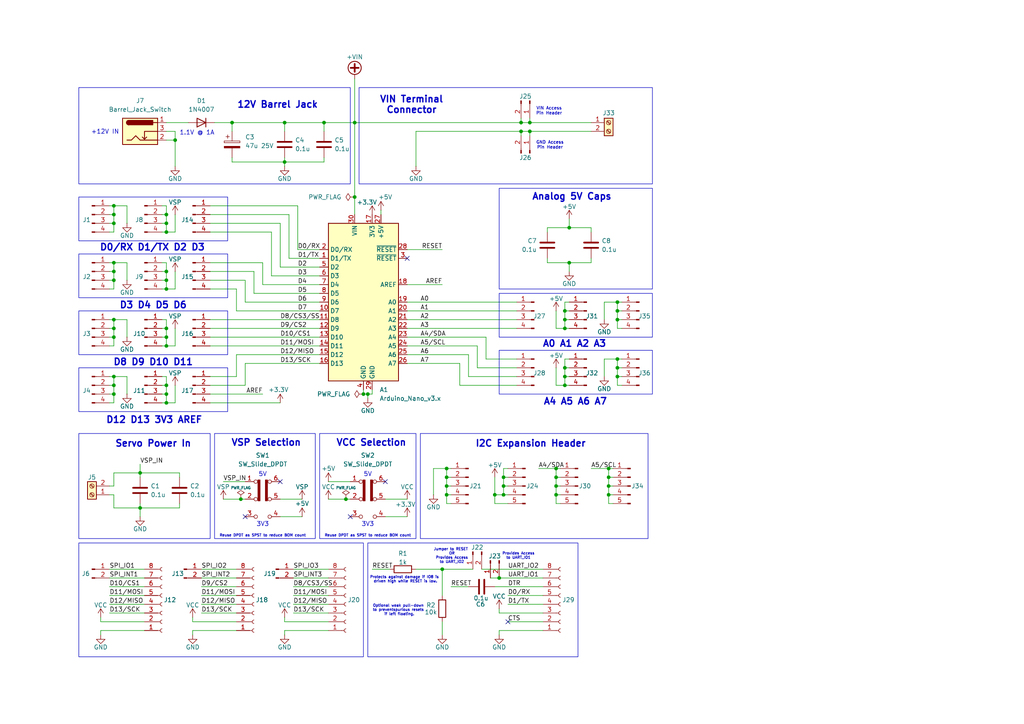
<source format=kicad_sch>
(kicad_sch (version 20250114) (generator "eeschema") (generator_version "9.0")
  (paper "A4")
  (rectangle (start 22.86 125.73) (end 60.96 156.21))
  (rectangle (start 144.78 85.09) (end 189.23 97.79))
  (rectangle (start 22.86 106.68) (end 66.04 119.38))
  (rectangle (start 22.86 90.17) (end 66.04 102.87))
  (rectangle (start 92.71 125.73) (end 120.65 156.21))
  (rectangle (start 22.86 73.66) (end 66.04 86.36))
  (rectangle (start 144.78 101.6) (end 189.23 114.3))
  (rectangle (start 62.23 125.73) (end 91.44 156.21))
  (rectangle (start 22.86 25.4) (end 101.6 53.34))
  (rectangle (start 22.86 157.48) (end 105.41 190.5))
  (rectangle (start 22.86 57.15) (end 66.04 69.85))
  (rectangle (start 121.92 125.73) (end 187.96 156.21))
  (rectangle (start 104.14 25.4) (end 189.23 53.34))
  (rectangle (start 106.68 157.48) (end 167.64 190.5))
  (rectangle (start 144.78 54.61) (end 189.23 83.82))
  (text "D0/RX D1/TX D2 D3" (at 44.196 71.882 0) (effects (font (size 1.905 1.905) (thickness 0.381) (bold yes))))
  (text "D8 D9 D10 D11" (at 44.45 105.156 0) (effects (font (size 1.905 1.905) (thickness 0.381) (bold yes))))
  (text "Analog 5V Caps" (at 165.862 57.15 0) (effects (font (size 1.905 1.905) (thickness 0.381) (bold yes))))
  (text "GND Access\nPin Header" (at 159.512 42.164 0) (effects (font (size 0.889 0.889))))
  (text "D3 D4 D5 D6" (at 44.45 88.646 0) (effects (font (size 1.905 1.905) (thickness 0.381) (bold yes))))
  (text "Jumper to RESET \nOR\nProvides Access\nto UART_IO2" (at 131.064 161.29 0) (effects (font (size 0.762 0.762))))
  (text "1.1V @ 1A" (at 57.15 38.608 0) (effects (font (size 1.27 1.27))))
  (text "+12V IN" (at 30.48 38.354 0) (effects (font (size 1.27 1.27))))
  (text "VSP Selection" (at 77.216 128.524 0) (effects (font (size 1.905 1.905) (thickness 0.381) (bold yes))))
  (text "D12 D13 3V3 AREF" (at 44.704 121.92 0) (effects (font (size 1.905 1.905) (thickness 0.381) (bold yes))))
  (text "VIN Access\nPin Header" (at 159.258 32.258 0) (effects (font (size 0.889 0.889))))
  (text "3V3" (at 76.2 152.146 0) (effects (font (size 1.27 1.27))))
  (text "Protects against damage if IO8 is \ndriven high while RESET is low." (at 117.602 168.148 0) (effects (font (size 0.762 0.762))))
  (text "Reuse DPDT as SPST to reduce BOM count" (at 106.68 155.448 0) (effects (font (size 0.762 0.762))))
  (text "5V" (at 106.68 137.668 0) (effects (font (size 1.27 1.27))))
  (text "A0 A1 A2 A3" (at 166.624 99.822 0) (effects (font (size 1.905 1.905) (thickness 0.381) (bold yes))))
  (text "Provides Access\nto UART_IO1" (at 150.368 161.29 0) (effects (font (size 0.762 0.762))))
  (text "VCC Selection" (at 107.696 128.524 0) (effects (font (size 1.905 1.905) (thickness 0.381) (bold yes))))
  (text "A4 A5 A6 A7" (at 166.878 116.586 0) (effects (font (size 1.905 1.905) (thickness 0.381) (bold yes))))
  (text "5V" (at 76.2 137.668 0) (effects (font (size 1.27 1.27))))
  (text "Servo Power In" (at 44.45 128.778 0) (effects (font (size 1.905 1.905) (thickness 0.381) (bold yes))))
  (text "Reuse DPDT as SPST to reduce BOM count" (at 76.2 155.448 0) (effects (font (size 0.762 0.762))))
  (text "VIN Terminal\nConnector" (at 119.38 30.48 0) (effects (font (size 1.905 1.905) (thickness 0.381) (bold yes))))
  (text "Optional weak pull-down \nto preventspurious resets \nif left floating." (at 115.824 177.038 0) (effects (font (size 0.762 0.762))))
  (text "I2C Expansion Header" (at 153.924 128.778 0) (effects (font (size 1.905 1.905) (thickness 0.381) (bold yes))))
  (text "3V3" (at 106.68 152.146 0) (effects (font (size 1.27 1.27))))
  (text "12V Barrel Jack" (at 80.518 30.48 0) (effects (font (size 1.905 1.905) (thickness 0.381) (bold yes))))
  (junction (at 33.02 111.76))
  (junction (at 153.67 38.1))
  (junction (at 33.02 109.22))
  (junction (at 129.54 135.89))
  (junction (at 163.83 111.76))
  (junction (at 48.26 116.84))
  (junction (at 165.1 66.04))
  (junction (at 33.02 78.74))
  (junction (at 33.02 62.23))
  (junction (at 165.1 76.2))
  (junction (at 151.13 38.1))
  (junction (at 144.78 167.64))
  (junction (at 161.29 138.43))
  (junction (at 48.26 95.25))
  (junction (at 179.07 92.71))
  (junction (at 161.29 140.97))
  (junction (at 179.07 109.22))
  (junction (at 179.07 87.63))
  (junction (at 33.02 97.79))
  (junction (at 82.55 46.99))
  (junction (at 129.54 138.43))
  (junction (at 67.31 35.56))
  (junction (at 82.55 35.56))
  (junction (at 163.83 106.68))
  (junction (at 146.05 140.97))
  (junction (at 33.02 92.71))
  (junction (at 129.54 140.97))
  (junction (at 33.02 114.3))
  (junction (at 176.53 143.51))
  (junction (at 153.67 35.56))
  (junction (at 100.33 144.78))
  (junction (at 50.8 40.64))
  (junction (at 40.64 147.32))
  (junction (at 129.54 143.51))
  (junction (at 151.13 35.56))
  (junction (at 161.29 135.89))
  (junction (at 33.02 59.69))
  (junction (at 48.26 78.74))
  (junction (at 176.53 138.43))
  (junction (at 128.27 165.1))
  (junction (at 163.83 90.17))
  (junction (at 143.51 143.51))
  (junction (at 33.02 95.25))
  (junction (at 48.26 62.23))
  (junction (at 40.64 137.16))
  (junction (at 179.07 106.68))
  (junction (at 48.26 114.3))
  (junction (at 33.02 76.2))
  (junction (at 102.87 35.56))
  (junction (at 146.05 143.51))
  (junction (at 48.26 64.77))
  (junction (at 48.26 67.31))
  (junction (at 105.41 114.3))
  (junction (at 163.83 95.25))
  (junction (at 33.02 81.28))
  (junction (at 33.02 64.77))
  (junction (at 48.26 81.28))
  (junction (at 93.98 35.56))
  (junction (at 69.85 144.78))
  (junction (at 48.26 83.82))
  (junction (at 176.53 135.89))
  (junction (at 163.83 92.71))
  (junction (at 106.68 114.3))
  (junction (at 176.53 140.97))
  (junction (at 163.83 109.22))
  (junction (at 48.26 111.76))
  (junction (at 48.26 100.33))
  (junction (at 179.07 90.17))
  (junction (at 161.29 143.51))
  (junction (at 48.26 97.79))
  (junction (at 179.07 104.14))
  (junction (at 146.05 138.43))
  (junction (at 102.87 57.15))
  (no_connect (at 111.76 139.7))
  (no_connect (at 71.12 149.86))
  (no_connect (at 147.32 180.34))
  (no_connect (at 81.28 139.7))
  (no_connect (at 101.6 149.86))
  (no_connect (at 118.11 74.93))
  (wire (pts (xy 130.81 146.05) (xy 129.54 146.05)))
  (wire (pts (xy 40.64 137.16) (xy 52.07 137.16)))
  (wire (pts (xy 102.87 22.86) (xy 102.87 35.56)))
  (wire (pts (xy 76.2 76.2) (xy 60.96 76.2)))
  (wire (pts (xy 48.26 83.82) (xy 48.26 81.28)))
  (wire (pts (xy 64.77 139.7) (xy 71.12 139.7)))
  (wire (pts (xy 50.8 38.1) (xy 50.8 40.64)))
  (wire (pts (xy 82.55 180.34) (xy 82.55 179.07)))
  (wire (pts (xy 36.83 59.69) (xy 33.02 59.69)))
  (wire (pts (xy 48.26 76.2) (xy 46.99 76.2)))
  (wire (pts (xy 93.98 35.56) (xy 93.98 38.1)))
  (wire (pts (xy 60.96 78.74) (xy 73.66 78.74)))
  (wire (pts (xy 129.54 140.97) (xy 129.54 138.43)))
  (wire (pts (xy 179.07 92.71) (xy 179.07 90.17)))
  (wire (pts (xy 36.83 64.77) (xy 36.83 59.69)))
  (wire (pts (xy 31.75 83.82) (xy 33.02 83.82)))
  (wire (pts (xy 179.07 111.76) (xy 179.07 109.22)))
  (wire (pts (xy 176.53 138.43) (xy 176.53 135.89)))
  (wire (pts (xy 33.02 114.3) (xy 33.02 111.76)))
  (wire (pts (xy 165.1 90.17) (xy 163.83 90.17)))
  (wire (pts (xy 60.96 83.82) (xy 68.58 83.82)))
  (wire (pts (xy 149.86 92.71) (xy 118.11 92.71)))
  (wire (pts (xy 46.99 100.33) (xy 48.26 100.33)))
  (wire (pts (xy 180.34 87.63) (xy 179.07 87.63)))
  (wire (pts (xy 147.32 175.26) (xy 157.48 175.26)))
  (wire (pts (xy 48.26 95.25) (xy 48.26 92.71)))
  (wire (pts (xy 85.09 167.64) (xy 95.25 167.64)))
  (wire (pts (xy 85.09 172.72) (xy 95.25 172.72)))
  (wire (pts (xy 46.99 62.23) (xy 48.26 62.23)))
  (wire (pts (xy 133.35 111.76) (xy 149.86 111.76)))
  (wire (pts (xy 31.75 81.28) (xy 33.02 81.28)))
  (wire (pts (xy 120.65 38.1) (xy 151.13 38.1)))
  (wire (pts (xy 128.27 180.34) (xy 128.27 184.15)))
  (wire (pts (xy 40.64 137.16) (xy 40.64 138.43)))
  (wire (pts (xy 175.26 104.14) (xy 179.07 104.14)))
  (wire (pts (xy 60.96 59.69) (xy 86.36 59.69)))
  (wire (pts (xy 60.96 95.25) (xy 92.71 95.25)))
  (wire (pts (xy 130.81 143.51) (xy 129.54 143.51)))
  (wire (pts (xy 40.64 137.16) (xy 33.02 137.16)))
  (wire (pts (xy 118.11 82.55) (xy 128.27 82.55)))
  (wire (pts (xy 110.49 60.96) (xy 110.49 62.23)))
  (wire (pts (xy 118.11 149.86) (xy 111.76 149.86)))
  (wire (pts (xy 125.73 135.89) (xy 129.54 135.89)))
  (wire (pts (xy 33.02 143.51) (xy 33.02 147.32)))
  (wire (pts (xy 68.58 102.87) (xy 92.71 102.87)))
  (wire (pts (xy 60.96 100.33) (xy 92.71 100.33)))
  (wire (pts (xy 156.21 135.89) (xy 161.29 135.89)))
  (wire (pts (xy 58.42 167.64) (xy 68.58 167.64)))
  (wire (pts (xy 50.8 116.84) (xy 50.8 111.76)))
  (wire (pts (xy 163.83 95.25) (xy 161.29 95.25)))
  (wire (pts (xy 85.09 175.26) (xy 95.25 175.26)))
  (wire (pts (xy 165.1 76.2) (xy 158.75 76.2)))
  (wire (pts (xy 149.86 87.63) (xy 118.11 87.63)))
  (wire (pts (xy 31.75 95.25) (xy 33.02 95.25)))
  (wire (pts (xy 31.75 100.33) (xy 33.02 100.33)))
  (wire (pts (xy 68.58 83.82) (xy 68.58 90.17)))
  (wire (pts (xy 55.88 184.15) (xy 55.88 182.88)))
  (wire (pts (xy 36.83 97.79) (xy 36.83 92.71)))
  (wire (pts (xy 48.26 83.82) (xy 50.8 83.82)))
  (wire (pts (xy 147.32 143.51) (xy 146.05 143.51)))
  (wire (pts (xy 31.75 109.22) (xy 33.02 109.22)))
  (wire (pts (xy 31.75 59.69) (xy 33.02 59.69)))
  (wire (pts (xy 138.43 106.68) (xy 149.86 106.68)))
  (wire (pts (xy 105.41 114.3) (xy 105.41 113.03)))
  (wire (pts (xy 40.64 147.32) (xy 33.02 147.32)))
  (wire (pts (xy 165.1 66.04) (xy 171.45 66.04)))
  (wire (pts (xy 71.12 111.76) (xy 71.12 105.41)))
  (wire (pts (xy 180.34 95.25) (xy 179.07 95.25)))
  (wire (pts (xy 128.27 165.1) (xy 137.16 165.1)))
  (wire (pts (xy 40.64 134.62) (xy 40.64 137.16)))
  (wire (pts (xy 40.64 147.32) (xy 40.64 146.05)))
  (wire (pts (xy 151.13 34.29) (xy 151.13 35.56)))
  (wire (pts (xy 50.8 40.64) (xy 50.8 48.26)))
  (wire (pts (xy 163.83 95.25) (xy 163.83 92.71)))
  (wire (pts (xy 67.31 45.72) (xy 67.31 46.99)))
  (wire (pts (xy 157.48 177.8) (xy 144.78 177.8)))
  (wire (pts (xy 48.26 114.3) (xy 48.26 111.76)))
  (wire (pts (xy 161.29 143.51) (xy 162.56 143.51)))
  (wire (pts (xy 55.88 180.34) (xy 55.88 179.07)))
  (wire (pts (xy 50.8 83.82) (xy 50.8 78.74)))
  (wire (pts (xy 102.87 35.56) (xy 151.13 35.56)))
  (wire (pts (xy 149.86 95.25) (xy 118.11 95.25)))
  (wire (pts (xy 33.02 92.71) (xy 33.02 95.25)))
  (wire (pts (xy 138.43 106.68) (xy 138.43 100.33)))
  (wire (pts (xy 125.73 143.51) (xy 125.73 135.89)))
  (wire (pts (xy 162.56 146.05) (xy 161.29 146.05)))
  (wire (pts (xy 31.75 116.84) (xy 33.02 116.84)))
  (wire (pts (xy 175.26 87.63) (xy 179.07 87.63)))
  (wire (pts (xy 58.42 172.72) (xy 68.58 172.72)))
  (wire (pts (xy 163.83 87.63) (xy 165.1 87.63)))
  (wire (pts (xy 36.83 81.28) (xy 36.83 76.2)))
  (wire (pts (xy 161.29 138.43) (xy 162.56 138.43)))
  (wire (pts (xy 48.26 67.31) (xy 50.8 67.31)))
  (wire (pts (xy 151.13 39.37) (xy 151.13 38.1)))
  (wire (pts (xy 48.26 81.28) (xy 48.26 78.74)))
  (wire (pts (xy 176.53 143.51) (xy 177.8 143.51)))
  (wire (pts (xy 165.1 109.22) (xy 163.83 109.22)))
  (wire (pts (xy 31.75 64.77) (xy 33.02 64.77)))
  (wire (pts (xy 48.26 116.84) (xy 50.8 116.84)))
  (wire (pts (xy 31.75 76.2) (xy 33.02 76.2)))
  (wire (pts (xy 92.71 87.63) (xy 71.12 87.63)))
  (wire (pts (xy 48.26 59.69) (xy 46.99 59.69)))
  (wire (pts (xy 48.26 109.22) (xy 46.99 109.22)))
  (wire (pts (xy 86.36 59.69) (xy 86.36 72.39)))
  (wire (pts (xy 31.75 143.51) (xy 33.02 143.51)))
  (wire (pts (xy 52.07 147.32) (xy 52.07 146.05)))
  (wire (pts (xy 176.53 146.05) (xy 176.53 143.51)))
  (wire (pts (xy 29.21 182.88) (xy 41.91 182.88)))
  (wire (pts (xy 95.25 144.78) (xy 100.33 144.78)))
  (wire (pts (xy 50.8 40.64) (xy 48.26 40.64)))
  (wire (pts (xy 58.42 175.26) (xy 68.58 175.26)))
  (wire (pts (xy 87.63 149.86) (xy 81.28 149.86)))
  (wire (pts (xy 46.99 78.74) (xy 48.26 78.74)))
  (wire (pts (xy 149.86 109.22) (xy 135.89 109.22)))
  (wire (pts (xy 29.21 184.15) (xy 29.21 182.88)))
  (wire (pts (xy 46.99 64.77) (xy 48.26 64.77)))
  (wire (pts (xy 153.67 38.1) (xy 153.67 39.37)))
  (wire (pts (xy 60.96 67.31) (xy 78.74 67.31)))
  (wire (pts (xy 118.11 144.78) (xy 111.76 144.78)))
  (wire (pts (xy 60.96 64.77) (xy 81.28 64.77)))
  (wire (pts (xy 82.55 35.56) (xy 93.98 35.56)))
  (wire (pts (xy 129.54 143.51) (xy 129.54 140.97)))
  (wire (pts (xy 175.26 109.22) (xy 175.26 104.14)))
  (wire (pts (xy 62.23 35.56) (xy 67.31 35.56)))
  (wire (pts (xy 180.34 104.14) (xy 179.07 104.14)))
  (wire (pts (xy 180.34 106.68) (xy 179.07 106.68)))
  (wire (pts (xy 36.83 76.2) (xy 33.02 76.2)))
  (wire (pts (xy 31.75 177.8) (xy 41.91 177.8)))
  (wire (pts (xy 95.25 180.34) (xy 82.55 180.34)))
  (wire (pts (xy 33.02 97.79) (xy 33.02 95.25)))
  (wire (pts (xy 133.35 111.76) (xy 133.35 105.41)))
  (wire (pts (xy 106.68 115.57) (xy 106.68 114.3)))
  (wire (pts (xy 163.83 90.17) (xy 163.83 87.63)))
  (wire (pts (xy 31.75 78.74) (xy 33.02 78.74)))
  (wire (pts (xy 171.45 76.2) (xy 165.1 76.2)))
  (wire (pts (xy 161.29 135.89) (xy 162.56 135.89)))
  (wire (pts (xy 69.85 144.78) (xy 71.12 144.78)))
  (wire (pts (xy 158.75 66.04) (xy 158.75 67.31)))
  (wire (pts (xy 58.42 177.8) (xy 68.58 177.8)))
  (wire (pts (xy 71.12 87.63) (xy 71.12 81.28)))
  (wire (pts (xy 48.26 92.71) (xy 46.99 92.71)))
  (wire (pts (xy 31.75 170.18) (xy 41.91 170.18)))
  (wire (pts (xy 48.26 64.77) (xy 48.26 62.23)))
  (wire (pts (xy 33.02 76.2) (xy 33.02 78.74)))
  (wire (pts (xy 118.11 72.39) (xy 128.27 72.39)))
  (wire (pts (xy 68.58 90.17) (xy 92.71 90.17)))
  (wire (pts (xy 46.99 114.3) (xy 48.26 114.3)))
  (wire (pts (xy 64.77 144.78) (xy 69.85 144.78)))
  (wire (pts (xy 146.05 140.97) (xy 146.05 138.43)))
  (wire (pts (xy 171.45 35.56) (xy 153.67 35.56)))
  (wire (pts (xy 67.31 35.56) (xy 82.55 35.56)))
  (wire (pts (xy 143.51 143.51) (xy 143.51 138.43)))
  (wire (pts (xy 106.68 114.3) (xy 105.41 114.3)))
  (wire (pts (xy 151.13 35.56) (xy 153.67 35.56)))
  (wire (pts (xy 179.07 109.22) (xy 179.07 106.68)))
  (wire (pts (xy 48.26 62.23) (xy 48.26 59.69)))
  (wire (pts (xy 46.99 111.76) (xy 48.26 111.76)))
  (wire (pts (xy 165.1 95.25) (xy 163.83 95.25)))
  (wire (pts (xy 179.07 87.63) (xy 179.07 90.17)))
  (wire (pts (xy 180.34 109.22) (xy 179.07 109.22)))
  (wire (pts (xy 163.83 111.76) (xy 163.83 109.22)))
  (wire (pts (xy 71.12 81.28) (xy 60.96 81.28)))
  (wire (pts (xy 73.66 78.74) (xy 73.66 85.09)))
  (wire (pts (xy 149.86 90.17) (xy 118.11 90.17)))
  (wire (pts (xy 31.75 97.79) (xy 33.02 97.79)))
  (wire (pts (xy 120.65 165.1) (xy 128.27 165.1)))
  (wire (pts (xy 41.91 180.34) (xy 29.21 180.34)))
  (wire (pts (xy 48.26 100.33) (xy 48.26 97.79)))
  (wire (pts (xy 161.29 143.51) (xy 161.29 140.97)))
  (wire (pts (xy 165.1 92.71) (xy 163.83 92.71)))
  (wire (pts (xy 48.26 100.33) (xy 50.8 100.33)))
  (wire (pts (xy 165.1 111.76) (xy 163.83 111.76)))
  (wire (pts (xy 33.02 100.33) (xy 33.02 97.79)))
  (wire (pts (xy 138.43 100.33) (xy 118.11 100.33)))
  (wire (pts (xy 107.95 114.3) (xy 106.68 114.3)))
  (wire (pts (xy 107.95 113.03) (xy 107.95 114.3)))
  (wire (pts (xy 176.53 138.43) (xy 177.8 138.43)))
  (wire (pts (xy 48.26 111.76) (xy 48.26 109.22)))
  (wire (pts (xy 133.35 105.41) (xy 118.11 105.41)))
  (wire (pts (xy 60.96 62.23) (xy 83.82 62.23)))
  (wire (pts (xy 83.82 74.93) (xy 92.71 74.93)))
  (wire (pts (xy 144.78 182.88) (xy 157.48 182.88)))
  (wire (pts (xy 161.29 138.43) (xy 161.29 135.89)))
  (wire (pts (xy 171.45 135.89) (xy 176.53 135.89)))
  (wire (pts (xy 93.98 45.72) (xy 93.98 46.99)))
  (wire (pts (xy 147.32 138.43) (xy 146.05 138.43)))
  (wire (pts (xy 31.75 172.72) (xy 41.91 172.72)))
  (wire (pts (xy 118.11 102.87) (xy 135.89 102.87)))
  (wire (pts (xy 81.28 64.77) (xy 81.28 77.47)))
  (wire (pts (xy 85.09 177.8) (xy 95.25 177.8)))
  (wire (pts (xy 176.53 143.51) (xy 176.53 140.97)))
  (wire (pts (xy 60.96 97.79) (xy 92.71 97.79)))
  (wire (pts (xy 139.7 165.1) (xy 157.48 165.1)))
  (wire (pts (xy 165.1 76.2) (xy 165.1 78.74)))
  (wire (pts (xy 143.51 170.18) (xy 157.48 170.18)))
  (wire (pts (xy 180.34 90.17) (xy 179.07 90.17)))
  (wire (pts (xy 55.88 182.88) (xy 68.58 182.88)))
  (wire (pts (xy 102.87 35.56) (xy 102.87 57.15)))
  (wire (pts (xy 130.81 140.97) (xy 129.54 140.97)))
  (wire (pts (xy 140.97 97.79) (xy 140.97 104.14)))
  (wire (pts (xy 177.8 146.05) (xy 176.53 146.05)))
  (wire (pts (xy 46.99 97.79) (xy 48.26 97.79)))
  (wire (pts (xy 33.02 116.84) (xy 33.02 114.3)))
  (wire (pts (xy 31.75 67.31) (xy 33.02 67.31)))
  (wire (pts (xy 140.97 104.14) (xy 149.86 104.14)))
  (wire (pts (xy 31.75 165.1) (xy 41.91 165.1)))
  (wire (pts (xy 83.82 62.23) (xy 83.82 74.93)))
  (wire (pts (xy 82.55 46.99) (xy 82.55 48.26)))
  (wire (pts (xy 102.87 57.15) (xy 102.87 62.23)))
  (wire (pts (xy 95.25 139.7) (xy 101.6 139.7)))
  (wire (pts (xy 36.83 92.71) (xy 33.02 92.71)))
  (wire (pts (xy 129.54 146.05) (xy 129.54 143.51)))
  (wire (pts (xy 179.07 95.25) (xy 179.07 92.71)))
  (wire (pts (xy 146.05 143.51) (xy 146.05 140.97)))
  (wire (pts (xy 147.32 180.34) (xy 157.48 180.34)))
  (wire (pts (xy 82.55 46.99) (xy 67.31 46.99)))
  (wire (pts (xy 68.58 109.22) (xy 68.58 102.87)))
  (wire (pts (xy 147.32 172.72) (xy 157.48 172.72)))
  (wire (pts (xy 171.45 74.93) (xy 171.45 76.2)))
  (wire (pts (xy 48.26 116.84) (xy 48.26 114.3)))
  (wire (pts (xy 128.27 165.1) (xy 128.27 172.72)))
  (wire (pts (xy 81.28 144.78) (xy 87.63 144.78)))
  (wire (pts (xy 151.13 38.1) (xy 153.67 38.1)))
  (wire (pts (xy 130.81 138.43) (xy 129.54 138.43)))
  (wire (pts (xy 161.29 95.25) (xy 161.29 90.17)))
  (wire (pts (xy 130.81 135.89) (xy 129.54 135.89)))
  (wire (pts (xy 163.83 111.76) (xy 161.29 111.76)))
  (wire (pts (xy 130.81 170.18) (xy 135.89 170.18)))
  (wire (pts (xy 100.33 144.78) (xy 101.6 144.78)))
  (wire (pts (xy 60.96 116.84) (xy 81.28 116.84)))
  (wire (pts (xy 36.83 114.3) (xy 36.83 109.22)))
  (wire (pts (xy 46.99 83.82) (xy 48.26 83.82)))
  (wire (pts (xy 163.83 104.14) (xy 165.1 104.14)))
  (wire (pts (xy 158.75 66.04) (xy 165.1 66.04)))
  (wire (pts (xy 60.96 92.71) (xy 92.71 92.71)))
  (wire (pts (xy 179.07 104.14) (xy 179.07 106.68)))
  (wire (pts (xy 31.75 114.3) (xy 33.02 114.3)))
  (wire (pts (xy 52.07 137.16) (xy 52.07 138.43)))
  (wire (pts (xy 144.78 177.8) (xy 144.78 176.53)))
  (wire (pts (xy 161.29 111.76) (xy 161.29 106.68)))
  (wire (pts (xy 50.8 100.33) (xy 50.8 95.25)))
  (wire (pts (xy 82.55 182.88) (xy 95.25 182.88)))
  (wire (pts (xy 161.29 146.05) (xy 161.29 143.51)))
  (wire (pts (xy 118.11 97.79) (xy 140.97 97.79)))
  (wire (pts (xy 31.75 111.76) (xy 33.02 111.76)))
  (wire (pts (xy 73.66 85.09) (xy 92.71 85.09)))
  (wire (pts (xy 31.75 167.64) (xy 41.91 167.64)))
  (wire (pts (xy 93.98 46.99) (xy 82.55 46.99)))
  (wire (pts (xy 60.96 111.76) (xy 71.12 111.76)))
  (wire (pts (xy 85.09 165.1) (xy 95.25 165.1)))
  (wire (pts (xy 158.75 74.93) (xy 158.75 76.2)))
  (wire (pts (xy 68.58 180.34) (xy 55.88 180.34)))
  (wire (pts (xy 33.02 137.16) (xy 33.02 140.97)))
  (wire (pts (xy 92.71 82.55) (xy 76.2 82.55)))
  (wire (pts (xy 153.67 35.56) (xy 153.67 34.29)))
  (wire (pts (xy 78.74 80.01) (xy 92.71 80.01)))
  (wire (pts (xy 48.26 78.74) (xy 48.26 76.2)))
  (wire (pts (xy 31.75 140.97) (xy 33.02 140.97)))
  (wire (pts (xy 67.31 38.1) (xy 67.31 35.56)))
  (wire (pts (xy 144.78 167.64) (xy 157.48 167.64)))
  (wire (pts (xy 78.74 67.31) (xy 78.74 80.01)))
  (wire (pts (xy 107.95 165.1) (xy 113.03 165.1)))
  (wire (pts (xy 161.29 140.97) (xy 161.29 138.43)))
  (wire (pts (xy 48.26 97.79) (xy 48.26 95.25)))
  (wire (pts (xy 147.32 140.97) (xy 146.05 140.97)))
  (wire (pts (xy 146.05 138.43) (xy 146.05 135.89)))
  (wire (pts (xy 135.89 102.87) (xy 135.89 109.22)))
  (wire (pts (xy 60.96 109.22) (xy 68.58 109.22)))
  (wire (pts (xy 165.1 106.68) (xy 163.83 106.68)))
  (wire (pts (xy 33.02 64.77) (xy 33.02 62.23)))
  (wire (pts (xy 46.99 116.84) (xy 48.26 116.84)))
  (wire (pts (xy 46.99 67.31) (xy 48.26 67.31)))
  (wire (pts (xy 48.26 38.1) (xy 50.8 38.1)))
  (wire (pts (xy 143.51 146.05) (xy 143.51 143.51)))
  (wire (pts (xy 120.65 38.1) (xy 120.65 48.26)))
  (wire (pts (xy 129.54 135.89) (xy 129.54 138.43)))
  (wire (pts (xy 176.53 135.89) (xy 177.8 135.89)))
  (wire (pts (xy 144.78 184.15) (xy 144.78 182.88)))
  (wire (pts (xy 40.64 147.32) (xy 52.07 147.32)))
  (wire (pts (xy 76.2 82.55) (xy 76.2 76.2)))
  (wire (pts (xy 33.02 83.82) (xy 33.02 81.28)))
  (wire (pts (xy 142.24 167.64) (xy 144.78 167.64)))
  (wire (pts (xy 58.42 170.18) (xy 68.58 170.18)))
  (wire (pts (xy 50.8 67.31) (xy 50.8 62.23)))
  (wire (pts (xy 171.45 66.04) (xy 171.45 67.31)))
  (wire (pts (xy 147.32 146.05) (xy 143.51 146.05)))
  (wire (pts (xy 180.34 111.76) (xy 179.07 111.76)))
  (wire (pts (xy 81.28 77.47) (xy 92.71 77.47)))
  (wire (pts (xy 48.26 67.31) (xy 48.26 64.77)))
  (wire (pts (xy 85.09 170.18) (xy 95.25 170.18)))
  (wire (pts (xy 176.53 140.97) (xy 177.8 140.97)))
  (wire (pts (xy 29.21 180.34) (xy 29.21 179.07)))
  (wire (pts (xy 33.02 81.28) (xy 33.02 78.74)))
  (wire (pts (xy 163.83 106.68) (xy 163.83 104.14)))
  (wire (pts (xy 46.99 81.28) (xy 48.26 81.28)))
  (wire (pts (xy 93.98 35.56) (xy 102.87 35.56)))
  (wire (pts (xy 82.55 45.72) (xy 82.55 46.99)))
  (wire (pts (xy 48.26 35.56) (xy 54.61 35.56)))
  (wire (pts (xy 46.99 95.25) (xy 48.26 95.25)))
  (wire (pts (xy 163.83 92.71) (xy 163.83 90.17)))
  (wire (pts (xy 86.36 72.39) (xy 92.71 72.39)))
  (wire (pts (xy 33.02 67.31) (xy 33.02 64.77)))
  (wire (pts (xy 180.34 92.71) (xy 179.07 92.71)))
  (wire (pts (xy 31.75 92.71) (xy 33.02 92.71)))
  (wire (pts (xy 40.64 149.86) (xy 40.64 147.32)))
  (wire (pts (xy 146.05 143.51) (xy 143.51 143.51)))
  (wire (pts (xy 165.1 63.5) (xy 165.1 66.04)))
  (wire (pts (xy 36.83 109.22) (xy 33.02 109.22)))
  (wire (pts (xy 171.45 38.1) (xy 153.67 38.1)))
  (wire (pts (xy 82.55 184.15) (xy 82.55 182.88)))
  (wire (pts (xy 60.96 114.3) (xy 76.2 114.3)))
  (wire (pts (xy 175.26 92.71) (xy 175.26 87.63)))
  (wire (pts (xy 161.29 140.97) (xy 162.56 140.97)))
  (wire (pts (xy 33.02 109.22) (xy 33.02 111.76)))
  (wire (pts (xy 71.12 105.41) (xy 92.71 105.41)))
  (wire (pts (xy 176.53 140.97) (xy 176.53 138.43)))
  (wire (pts (xy 31.75 175.26) (xy 41.91 175.26)))
  (wire (pts (xy 82.55 35.56) (xy 82.55 38.1)))
  (wire (pts (xy 31.75 62.23) (xy 33.02 62.23)))
  (wire (pts (xy 163.83 109.22) (xy 163.83 106.68)))
  (wire (pts (xy 146.05 135.89) (xy 147.32 135.89)))
  (wire (pts (xy 33.02 59.69) (xy 33.02 62.23)))
  (wire (pts (xy 58.42 165.1) (xy 68.58 165.1)))
  (label "A7" (at 121.92 105.41 0))
  (label "D11{slash}MOSI" (at 31.75 172.72 0))
  (label "D9{slash}CS2" (at 81.28 95.25 0))
  (label "VSP_IN" (at 40.64 134.62 0))
  (label "D8{slash}CS3{slash}SS" (at 81.28 92.71 0))
  (label "D5" (at 86.36 85.09 0))
  (label "D10{slash}CS1" (at 31.75 170.18 0))
  (label "AREF" (at 76.2 114.3 180))
  (label "D7" (at 86.36 90.17 0))
  (label "D6" (at 86.36 87.63 0))
  (label "SPI_INT3" (at 85.09 167.64 0))
  (label "D12{slash}MISO" (at 58.42 175.26 0))
  (label "A2" (at 121.92 92.71 0))
  (label "D8{slash}CS3{slash}SS" (at 85.09 170.18 0))
  (label "A4{slash}SDA" (at 121.92 97.79 0))
  (label "RESET" (at 107.95 165.1 0))
  (label "D10{slash}CS1" (at 81.28 97.79 0))
  (label "D0{slash}RX" (at 147.32 172.72 0))
  (label "UART_IO1" (at 147.32 167.64 0))
  (label "D12{slash}MISO" (at 81.28 102.87 0))
  (label "DTR" (at 147.32 170.18 0))
  (label "D13{slash}SCK" (at 58.42 177.8 0))
  (label "D11{slash}MOSI" (at 58.42 172.72 0))
  (label "D11{slash}MOSI" (at 85.09 172.72 0))
  (label "SPI_IO2" (at 58.42 165.1 0))
  (label "D13{slash}SCK" (at 85.09 177.8 0))
  (label "D4" (at 86.36 82.55 0))
  (label "A4{slash}SDA" (at 156.21 135.89 0))
  (label "D12{slash}MISO" (at 85.09 175.26 0))
  (label "D2" (at 86.36 77.47 0))
  (label "SPI_IO1" (at 31.75 165.1 0))
  (label "SPI_INT1" (at 31.75 167.64 0))
  (label "D3" (at 86.36 80.01 0))
  (label "A1" (at 121.92 90.17 0))
  (label "A5{slash}SCL" (at 121.92 100.33 0))
  (label "AREF" (at 128.27 82.55 180))
  (label "A5{slash}SCL" (at 171.45 135.89 0))
  (label "D9{slash}CS2" (at 58.42 170.18 0))
  (label "D12{slash}MISO" (at 31.75 175.26 0))
  (label "D11{slash}MOSI" (at 81.28 100.33 0))
  (label "D1{slash}TX" (at 86.36 74.93 0))
  (label "SPI_IO3" (at 85.09 165.1 0))
  (label "A0" (at 121.92 87.63 0))
  (label "A6" (at 121.92 102.87 0))
  (label "SPI_INT2" (at 58.42 167.64 0))
  (label "D1{slash}TX" (at 147.32 175.26 0))
  (label "RESET" (at 128.27 72.39 180))
  (label "UART_IO2" (at 147.32 165.1 0))
  (label "CTS" (at 147.32 180.34 0))
  (label "D0{slash}RX" (at 86.36 72.39 0))
  (label "A3" (at 121.92 95.25 0))
  (label "RESET" (at 130.81 170.18 0))
  (label "VSP_IN" (at 64.77 139.7 0))
  (label "D13{slash}SCK" (at 81.28 105.41 0))
  (label "D13{slash}SCK" (at 31.75 177.8 0))
  (symbol (lib_id "Connector:Conn_01x04_Pin") (at 41.91 78.74 0) (unit 1)
    (property "Reference" "J9" (at 40.386 80.264 0))
    (property "Value" "Conn_01x04_Pin" (effects (hide yes)))
    (property "Footprint" "Proto:PinHeader_1x04_P2.54mm_Vertical_TightCY" (effects (hide yes)))
    (property "Description" "Generic connector, single row, 01x04, script generated" (effects (hide yes)))
  )
  (symbol (lib_id "Connector:Conn_01x04_Pin") (at 185.42 106.68 0) (mirror y) (unit 1)
    (property "Reference" "J36" (at 186.944 108.204 0))
    (property "Value" "Conn_01x04_Pin" (effects (hide yes)))
    (property "Footprint" "Proto:PinHeader_1x04_P2.54mm_Vertical_TightCY" (effects (hide yes)))
    (property "Description" "Generic connector, single row, 01x04, script generated" (effects (hide yes)))
  )
  (symbol (lib_id "power:GND") (at 82.55 184.15 0) (unit 1)
    (property "Reference" "#PWR019" (effects (hide yes)))
    (property "Value" "GND" (at 82.55 187.706 0))
    (property "Description" "Power symbol creates a global label with name \"GND\" , ground" (effects (hide yes)))
  )
  (symbol (lib_id "power:GND") (at 82.55 48.26 0) (unit 1)
    (property "Reference" "#PWR017" (effects (hide yes)))
    (property "Value" "GND" (at 82.55 51.816 0))
    (property "Description" "Power symbol creates a global label with name \"GND\" , ground" (effects (hide yes)))
  )
  (symbol (lib_id "power:VCC") (at 144.78 176.53 0) (unit 1)
    (property "Reference" "#PWR034" (effects (hide yes)))
    (property "Value" "VCC" (at 144.78 172.974 0))
    (property "Description" "Power symbol creates a global label with name \"VCC\"" (effects (hide yes)))
  )
  (symbol (lib_id "Connector:Conn_01x04_Pin") (at 154.94 106.68 0) (mirror y) (unit 1)
    (property "Reference" "J28" (at 156.464 108.204 0))
    (property "Value" "Conn_01x04_Pin" (effects (hide yes)))
    (property "Footprint" "Proto:PinHeader_1x04_P2.54mm_Vertical_TightCY" (effects (hide yes)))
    (property "Description" "Generic connector, single row, 01x04, script generated" (effects (hide yes)))
  )
  (symbol (lib_id "Connector:Conn_01x02_Pin") (at 142.24 162.56 90) (mirror x) (unit 1)
    (property "Reference" "J23" (at 143.51 161.29 90))
    (property "Value" "Conn_01x02_Pin" (effects (hide yes)))
    (property "Footprint" "Proto:PinHeader_1x02_P2.54mm_Vertical_TightCY" (effects (hide yes)))
    (property "Description" "Generic connector, single row, 01x02, script generated" (effects (hide yes)))
  )
  (symbol (lib_id "power:+3.3V") (at 118.11 149.86 0) (unit 1)
    (property "Reference" "#PWR029" (effects (hide yes)))
    (property "Value" "+3.3V" (at 117.602 146.304 0))
    (property "Description" "Power symbol creates a global label with name \"+3.3V\"" (effects (hide yes)))
  )
  (symbol (lib_id "power:VCC") (at 50.8 111.76 0) (unit 1)
    (property "Reference" "#PWR012" (effects (hide yes)))
    (property "Value" "VSP" (at 50.8 108.204 0))
    (property "Description" "Power symbol creates a global label with name \"VCC\"" (effects (hide yes)))
  )
  (symbol (lib_id "Connector:Conn_01x02_Pin") (at 53.34 165.1 0) (unit 1)
    (property "Reference" "J13" (at 51.562 166.37 0))
    (property "Value" "Conn_01x02_Pin" (effects (hide yes)))
    (property "Footprint" "Proto:PinHeader_1x02_P2.54mm_Vertical_TightCY" (effects (hide yes)))
    (property "Description" "Generic connector, single row, 01x02, script generated" (effects (hide yes)))
  )
  (symbol (lib_id "Connector:Conn_01x05_Pin") (at 152.4 140.97 0) (mirror y) (unit 1)
    (property "Reference" "J24" (at 154.432 140.97 0))
    (property "Value" "Conn_01x05_Pin" (effects (hide yes)))
    (property "Footprint" "Proto:PinHeader_1x05_P2.54mm_Vertical_TightCY" (effects (hide yes)))
    (property "Description" "Generic connector, single row, 01x05, script generated" (effects (hide yes)))
  )
  (symbol (lib_id "power:GND") (at 120.65 48.26 0) (unit 1)
    (property "Reference" "#PWR030" (effects (hide yes)))
    (property "Value" "GND" (at 120.65 51.816 0))
    (property "Description" "Power symbol creates a global label with name \"GND\" , ground" (effects (hide yes)))
  )
  (symbol (lib_id "Device:C") (at 93.98 41.91 0) (unit 1)
    (property "Reference" "C5" (at 97.028 40.64 0) (effects (justify left)))
    (property "Value" "0.1u" (at 97.028 43.18 0) (effects (justify left)))
    (property "Footprint" "Capacitor_SMD:C_0805_2012Metric_Pad1.18x1.45mm_HandSolder" (effects (hide yes)))
    (property "Description" "Unpolarized capacitor" (effects (hide yes)))
  )
  (symbol (lib_id "Connector:Conn_01x08_Socket") (at 46.99 175.26 0) (mirror x) (unit 1)
    (property "Reference" "J12" (at 47.498 173.99 0) (effects (justify left)))
    (property "Value" "Conn_01x08_Socket" (effects (hide yes)))
    (property "Footprint" "Proto:PinSocket_1x08_P2.54mm_Vertical_TightCY" (effects (hide yes)))
    (property "Description" "Generic connector, single row, 01x08, script generated" (effects (hide yes)))
  )
  (symbol (lib_id "Connector:Conn_01x04_Pin") (at 170.18 106.68 0) (mirror y) (unit 1)
    (property "Reference" "J32" (at 171.704 108.204 0))
    (property "Value" "Conn_01x04_Pin" (effects (hide yes)))
    (property "Footprint" "Proto:PinHeader_1x04_P2.54mm_Vertical_TightCY" (effects (hide yes)))
    (property "Description" "Generic connector, single row, 01x04, script generated" (effects (hide yes)))
  )
  (symbol (lib_id "power:GND") (at 36.83 114.3 0) (unit 1)
    (property "Reference" "#PWR06" (effects (hide yes)))
    (property "Value" "GND" (at 36.83 117.856 0))
    (property "Description" "Power symbol creates a global label with name \"GND\" , ground" (effects (hide yes)))
  )
  (symbol (lib_id "Connector:Conn_01x04_Pin") (at 154.94 90.17 0) (mirror y) (unit 1)
    (property "Reference" "J27" (at 156.464 91.694 0))
    (property "Value" "Conn_01x04_Pin" (effects (hide yes)))
    (property "Footprint" "Proto:PinHeader_1x04_P2.54mm_Vertical_TightCY" (effects (hide yes)))
    (property "Description" "Generic connector, single row, 01x04, script generated" (effects (hide yes)))
  )
  (symbol (lib_id "power:GND") (at 36.83 97.79 0) (unit 1)
    (property "Reference" "#PWR05" (effects (hide yes)))
    (property "Value" "GND" (at 36.83 101.346 0))
    (property "Description" "Power symbol creates a global label with name \"GND\" , ground" (effects (hide yes)))
  )
  (symbol (lib_id "power:GND") (at 175.26 109.22 0) (mirror y) (unit 1)
    (property "Reference" "#PWR041" (effects (hide yes)))
    (property "Value" "GND" (at 175.26 112.776 0))
    (property "Description" "Power symbol creates a global label with name \"GND\" , ground" (effects (hide yes)))
  )
  (symbol (lib_id "power:VCC") (at 118.11 144.78 0) (unit 1)
    (property "Reference" "#PWR028" (effects (hide yes)))
    (property "Value" "VCC" (at 118.11 141.224 0))
    (property "Description" "Power symbol creates a global label with name \"VCC\"" (effects (hide yes)))
  )
  (symbol (lib_id "Connector:Screw_Terminal_01x02") (at 26.67 143.51 180) (unit 1)
    (property "Reference" "J5" (at 26.67 138.43 0))
    (property "Value" "Screw_Terminal_01x02" (effects (hide yes)))
    (property "Footprint" "TerminalBlock_4Ucon:TerminalBlock_4Ucon_1x02_P3.50mm_Horizontal" (effects (hide yes)))
    (property "Description" "Generic screw terminal, single row, 01x02, script generated (kicad-library-utils/schlib/autogen/connector/)" (effects (hide yes)))
  )
  (symbol (lib_id "power:+5V") (at 161.29 106.68 0) (unit 1)
    (property "Reference" "#PWR037" (effects (hide yes)))
    (property "Value" "+5V" (at 161.29 103.124 0))
    (property "Description" "Power symbol creates a global label with name \"+5V\"" (effects (hide yes)))
  )
  (symbol (lib_id "Connector:Conn_01x08_Socket") (at 100.33 175.26 0) (mirror x) (unit 1)
    (property "Reference" "J20" (at 100.838 173.99 0) (effects (justify left)))
    (property "Value" "Conn_01x08_Socket" (effects (hide yes)))
    (property "Footprint" "Proto:PinSocket_1x08_P2.54mm_Vertical_TightCY" (effects (hide yes)))
    (property "Description" "Generic connector, single row, 01x08, script generated" (effects (hide yes)))
  )
  (symbol (lib_id "Connector:Conn_01x02_Pin") (at 137.16 160.02 90) (mirror x) (unit 1)
    (property "Reference" "J22" (at 138.43 158.75 90))
    (property "Value" "Conn_01x02_Pin" (effects (hide yes)))
    (property "Footprint" "Proto:PinHeader_1x02_P2.54mm_Vertical_TightCY" (effects (hide yes)))
    (property "Description" "Generic connector, single row, 01x02, script generated" (effects (hide yes)))
  )
  (symbol (lib_id "Connector:Conn_01x05_Pin") (at 135.89 140.97 0) (mirror y) (unit 1)
    (property "Reference" "J21" (at 137.922 140.97 0))
    (property "Value" "Conn_01x05_Pin" (effects (hide yes)))
    (property "Footprint" "Proto:PinHeader_1x05_P2.54mm_Vertical_TightCY" (effects (hide yes)))
    (property "Description" "Generic connector, single row, 01x05, script generated" (effects (hide yes)))
  )
  (symbol (lib_id "Connector:Conn_01x04_Pin") (at 55.88 111.76 0) (unit 1)
    (property "Reference" "J17" (at 54.356 113.284 0))
    (property "Value" "Conn_01x04_Pin" (effects (hide yes)))
    (property "Footprint" "Proto:PinHeader_1x04_P2.54mm_Vertical_TightCY" (effects (hide yes)))
    (property "Description" "Generic connector, single row, 01x04, script generated" (effects (hide yes)))
  )
  (symbol (lib_id "Device:C") (at 171.45 71.12 0) (unit 1)
    (property "Reference" "C8" (at 174.498 69.85 0) (effects (justify left)))
    (property "Value" "0.1u" (at 174.498 72.39 0) (effects (justify left)))
    (property "Footprint" "Capacitor_SMD:C_0805_2012Metric_Pad1.18x1.45mm_HandSolder" (effects (hide yes)))
    (property "Description" "Unpolarized capacitor" (effects (hide yes)))
  )
  (symbol (lib_id "Connector:Conn_01x08_Socket") (at 162.56 175.26 0) (mirror x) (unit 1)
    (property "Reference" "J29" (at 163.068 173.99 0) (effects (justify left)))
    (property "Value" "Conn_01x08_Socket" (effects (hide yes)))
    (property "Footprint" "Proto:PinSocket_1x08_P2.54mm_Vertical_TightCY" (effects (hide yes)))
    (property "Description" "Generic connector, single row, 01x08, script generated" (effects (hide yes)))
  )
  (symbol (lib_id "Connector:Conn_01x04_Pin") (at 185.42 90.17 0) (mirror y) (unit 1)
    (property "Reference" "J35" (at 186.944 91.694 0))
    (property "Value" "Conn_01x04_Pin" (effects (hide yes)))
    (property "Footprint" "Proto:PinHeader_1x04_P2.54mm_Vertical_TightCY" (effects (hide yes)))
    (property "Description" "Generic connector, single row, 01x04, script generated" (effects (hide yes)))
  )
  (symbol (lib_id "power:+5V") (at 161.29 90.17 0) (unit 1)
    (property "Reference" "#PWR036" (effects (hide yes)))
    (property "Value" "+5V" (at 161.29 86.614 0))
    (property "Description" "Power symbol creates a global label with name \"+5V\"" (effects (hide yes)))
  )
  (symbol (lib_id "Device:C") (at 40.64 142.24 0) (unit 1)
    (property "Reference" "C1" (at 43.688 140.97 0) (effects (justify left)))
    (property "Value" "0.1u" (at 43.688 143.51 0) (effects (justify left)))
    (property "Footprint" "Capacitor_SMD:C_0805_2012Metric_Pad1.18x1.45mm_HandSolder" (effects (hide yes)))
    (property "Description" "Unpolarized capacitor" (effects (hide yes)))
  )
  (symbol (lib_id "power:GND") (at 36.83 81.28 0) (unit 1)
    (property "Reference" "#PWR04" (effects (hide yes)))
    (property "Value" "GND" (at 36.83 84.836 0))
    (property "Description" "Power symbol creates a global label with name \"GND\" , ground" (effects (hide yes)))
  )
  (symbol (lib_id "Connector:Conn_01x05_Pin") (at 182.88 140.97 0) (mirror y) (unit 1)
    (property "Reference" "J34" (at 184.912 140.97 0))
    (property "Value" "Conn_01x05_Pin" (effects (hide yes)))
    (property "Footprint" "Proto:PinHeader_1x05_P2.54mm_Vertical_TightCY" (effects (hide yes)))
    (property "Description" "Generic connector, single row, 01x05, script generated" (effects (hide yes)))
  )
  (symbol (lib_id "Connector:Conn_01x02_Pin") (at 26.67 165.1 0) (unit 1)
    (property "Reference" "J6" (at 24.892 166.37 0))
    (property "Value" "Conn_01x02_Pin" (effects (hide yes)))
    (property "Footprint" "Proto:PinHeader_1x02_P2.54mm_Vertical_TightCY" (effects (hide yes)))
    (property "Description" "Generic connector, single row, 01x02, script generated" (effects (hide yes)))
  )
  (symbol (lib_id "power:VCC") (at 29.21 179.07 0) (unit 1)
    (property "Reference" "#PWR01" (effects (hide yes)))
    (property "Value" "VCC" (at 29.21 175.514 0))
    (property "Description" "Power symbol creates a global label with name \"VCC\"" (effects (hide yes)))
  )
  (symbol (lib_id "power:GND") (at 29.21 184.15 0) (unit 1)
    (property "Reference" "#PWR02" (effects (hide yes)))
    (property "Value" "GND" (at 29.21 187.706 0))
    (property "Description" "Power symbol creates a global label with name \"GND\" , ground" (effects (hide yes)))
  )
  (symbol (lib_id "Connector:Conn_01x04_Pin") (at 26.67 78.74 0) (unit 1)
    (property "Reference" "J2" (at 25.146 80.264 0))
    (property "Value" "Conn_01x04_Pin" (effects (hide yes)))
    (property "Footprint" "Proto:PinHeader_1x04_P2.54mm_Vertical_TightCY" (effects (hide yes)))
    (property "Description" "Generic connector, single row, 01x04, script generated" (effects (hide yes)))
  )
  (symbol (lib_id "power:+3.3V") (at 81.28 116.84 0) (unit 1)
    (property "Reference" "#PWR016" (effects (hide yes)))
    (property "Value" "+3.3V" (at 80.772 113.03 0))
    (property "Description" "Power symbol creates a global label with name \"+3.3V\"" (effects (hide yes)))
  )
  (symbol (lib_id "power:GND") (at 50.8 48.26 0) (unit 1)
    (property "Reference" "#PWR08" (effects (hide yes)))
    (property "Value" "GND" (at 50.8 51.816 0))
    (property "Description" "Power symbol creates a global label with name \"GND\" , ground" (effects (hide yes)))
  )
  (symbol (lib_id "power:VCC") (at 55.88 179.07 0) (unit 1)
    (property "Reference" "#PWR013" (effects (hide yes)))
    (property "Value" "VCC" (at 55.88 175.514 0))
    (property "Description" "Power symbol creates a global label with name \"VCC\"" (effects (hide yes)))
  )
  (symbol (lib_id "Connector:Conn_01x04_Pin") (at 41.91 62.23 0) (unit 1)
    (property "Reference" "J8" (at 40.386 63.754 0))
    (property "Value" "Conn_01x04_Pin" (effects (hide yes)))
    (property "Footprint" "Proto:PinHeader_1x04_P2.54mm_Vertical_TightCY" (effects (hide yes)))
    (property "Description" "Generic connector, single row, 01x04, script generated" (effects (hide yes)))
  )
  (symbol (lib_id "Connector:Conn_01x04_Pin") (at 170.18 90.17 0) (mirror y) (unit 1)
    (property "Reference" "J31" (at 171.704 91.694 0))
    (property "Value" "Conn_01x04_Pin" (effects (hide yes)))
    (property "Footprint" "Proto:PinHeader_1x04_P2.54mm_Vertical_TightCY" (effects (hide yes)))
    (property "Description" "Generic connector, single row, 01x04, script generated" (effects (hide yes)))
  )
  (symbol (lib_id "MCU_Module:Arduino_Nano_v3.x") (at 105.41 87.63 0) (unit 1)
    (property "Reference" "A1" (at 110.0933 113.03 0) (effects (justify left)))
    (property "Value" "Arduino_Nano_v3.x" (at 110.0933 115.57 0) (effects (justify left)))
    (property "Footprint" "Module:Arduino_Nano" (effects (hide yes)))
    (property "Datasheet" "http://www.mouser.com/pdfdocs/Gravitech_Arduino_Nano3_0.pdf" (effects (hide yes)))
    (property "Description" "Arduino Nano v3.x" (effects (hide yes)))
  )
  (symbol (lib_id "Diode:1N4007") (at 58.42 35.56 180) (unit 1)
    (property "Reference" "D1" (at 58.42 29.21 0))
    (property "Value" "1N4007" (at 58.42 31.75 0))
    (property "Footprint" "Diode_SMD:D_SOD-123F" (effects (hide yes)))
    (property "Datasheet" "http://www.vishay.com/docs/88503/1n4001.pdf" (effects (hide yes)))
    (property "Description" "1000V 1A General Purpose Rectifier Diode, DO-41" (effects (hide yes)))
    (property "Sim.Device" "D" (effects (hide yes)))
    (property "Sim.Pins" "1=K 2=A" (effects (hide yes)))
  )
  (symbol (lib_id "Connector:Screw_Terminal_01x02") (at 176.53 35.56 0) (unit 1)
    (property "Reference" "J33" (at 174.752 32.766 0) (effects (justify left)))
    (property "Value" "Screw_Terminal_01x02" (effects (hide yes)))
    (property "Footprint" "TerminalBlock_4Ucon:TerminalBlock_4Ucon_1x02_P3.50mm_Horizontal" (effects (hide yes)))
    (property "Description" "Generic screw terminal, single row, 01x02, script generated (kicad-library-utils/schlib/autogen/connector/)" (effects (hide yes)))
  )
  (symbol (lib_id "Switch:SW_Slide_DPDT") (at 106.68 144.78 0) (unit 1)
    (property "Reference" "SW2" (at 106.68 132.08 0))
    (property "Value" "SW_Slide_DPDT" (at 106.68 134.62 0))
    (property "Footprint" "Button_Switch_SMD:SW_DPDT_CK_JS202011JCQN" (effects (hide yes)))
    (property "Description" "Slide Switch, dual pole double throw" (effects (hide yes)))
  )
  (symbol (lib_id "Connector:Conn_01x02_Pin") (at 80.01 165.1 0) (unit 1)
    (property "Reference" "J19" (at 78.232 166.37 0))
    (property "Value" "Conn_01x02_Pin" (effects (hide yes)))
    (property "Footprint" "Proto:PinHeader_1x02_P2.54mm_Vertical_TightCY" (effects (hide yes)))
    (property "Description" "Generic connector, single row, 01x02, script generated" (effects (hide yes)))
  )
  (symbol (lib_id "Device:C") (at 139.7 170.18 90) (mirror x) (unit 1)
    (property "Reference" "C6" (at 140.716 175.26 90) (effects (justify left)))
    (property "Value" "0.1u" (at 141.732 173.482 90) (effects (justify left)))
    (property "Footprint" "Capacitor_SMD:C_0805_2012Metric_Pad1.18x1.45mm_HandSolder" (effects (hide yes)))
    (property "Description" "Unpolarized capacitor" (effects (hide yes)))
  )
  (symbol (lib_id "power:VCC") (at 50.8 78.74 0) (unit 1)
    (property "Reference" "#PWR010" (effects (hide yes)))
    (property "Value" "VSP" (at 50.8 75.184 0))
    (property "Description" "Power symbol creates a global label with name \"VCC\"" (effects (hide yes)))
  )
  (symbol (lib_id "Connector:Conn_01x04_Pin") (at 26.67 95.25 0) (unit 1)
    (property "Reference" "J3" (at 25.146 96.774 0))
    (property "Value" "Conn_01x04_Pin" (effects (hide yes)))
    (property "Footprint" "Proto:PinHeader_1x04_P2.54mm_Vertical_TightCY" (effects (hide yes)))
    (property "Description" "Generic connector, single row, 01x04, script generated" (effects (hide yes)))
  )
  (symbol (lib_id "Connector:Conn_01x04_Pin") (at 41.91 111.76 0) (unit 1)
    (property "Reference" "J11" (at 40.386 113.284 0))
    (property "Value" "Conn_01x04_Pin" (effects (hide yes)))
    (property "Footprint" "Proto:PinHeader_1x04_P2.54mm_Vertical_TightCY" (effects (hide yes)))
    (property "Description" "Generic connector, single row, 01x04, script generated" (effects (hide yes)))
  )
  (symbol (lib_id "power:GND") (at 144.78 184.15 0) (unit 1)
    (property "Reference" "#PWR035" (effects (hide yes)))
    (property "Value" "GND" (at 144.78 187.706 0))
    (property "Description" "Power symbol creates a global label with name \"GND\" , ground" (effects (hide yes)))
  )
  (symbol (lib_id "Connector:Conn_01x04_Pin") (at 26.67 111.76 0) (unit 1)
    (property "Reference" "J4" (at 25.146 113.284 0))
    (property "Value" "Conn_01x04_Pin" (effects (hide yes)))
    (property "Footprint" "Proto:PinHeader_1x04_P2.54mm_Vertical_TightCY" (effects (hide yes)))
    (property "Description" "Generic connector, single row, 01x04, script generated" (effects (hide yes)))
  )
  (symbol (lib_id "power:VCC") (at 50.8 62.23 0) (unit 1)
    (property "Reference" "#PWR09" (effects (hide yes)))
    (property "Value" "VSP" (at 50.8 58.674 0))
    (property "Description" "Power symbol creates a global label with name \"VCC\"" (effects (hide yes)))
  )
  (symbol (lib_id "power:GND") (at 128.27 184.15 0) (unit 1)
    (property "Reference" "#PWR032" (effects (hide yes)))
    (property "Value" "GND" (at 128.27 187.706 0))
    (property "Description" "Power symbol creates a global label with name \"GND\" , ground" (effects (hide yes)))
  )
  (symbol (lib_id "Device:C") (at 82.55 41.91 0) (unit 1)
    (property "Reference" "C4" (at 85.598 40.64 0) (effects (justify left)))
    (property "Value" "0.1u" (at 85.598 43.18 0) (effects (justify left)))
    (property "Footprint" "Capacitor_SMD:C_0805_2012Metric_Pad1.18x1.45mm_HandSolder" (effects (hide yes)))
    (property "Description" "Unpolarized capacitor" (effects (hide yes)))
  )
  (symbol (lib_id "power:+3.3V") (at 107.95 62.23 0) (unit 1)
    (property "Reference" "#PWR026" (effects (hide yes)))
    (property "Value" "+3.3V" (at 106.426 58.674 0))
    (property "Description" "Power symbol creates a global label with name \"+3.3V\"" (effects (hide yes)))
  )
  (symbol (lib_id "power:PWR_FLAG") (at 105.41 114.3 90) (unit 1)
    (property "Reference" "#FLG04" (effects (hide yes)))
    (property "Value" "PWR_FLAG" (at 101.6 114.2999 90) (effects (justify left)))
    (property "Description" "Special symbol for telling ERC where power comes from" (effects (hide yes)))
  )
  (symbol (lib_id "Connector:Conn_01x02_Pin") (at 153.67 44.45 270) (mirror x) (unit 1)
    (property "Reference" "J26" (at 152.4 45.72 90))
    (property "Value" "Conn_01x02_Pin" (effects (hide yes)))
    (property "Footprint" "Proto:PinHeader_1x02_P2.54mm_Vertical_TightCY" (effects (hide yes)))
    (property "Description" "Generic connector, single row, 01x02, script generated" (effects (hide yes)))
  )
  (symbol (lib_id "Connector:Conn_01x02_Pin") (at 153.67 29.21 270) (unit 1)
    (property "Reference" "J25" (at 152.4 27.94 90))
    (property "Value" "Conn_01x02_Pin" (effects (hide yes)))
    (property "Footprint" "Proto:PinHeader_1x02_P2.54mm_Vertical_TightCY" (effects (hide yes)))
    (property "Description" "Generic connector, single row, 01x02, script generated" (effects (hide yes)))
  )
  (symbol (lib_id "Device:C") (at 52.07 142.24 0) (unit 1)
    (property "Reference" "C2" (at 55.118 140.97 0) (effects (justify left)))
    (property "Value" "0.1u" (at 55.118 143.51 0) (effects (justify left)))
    (property "Footprint" "Capacitor_SMD:C_0805_2012Metric_Pad1.18x1.45mm_HandSolder" (effects (hide yes)))
    (property "Description" "Unpolarized capacitor" (effects (hide yes)))
  )
  (symbol (lib_id "power:GND") (at 36.83 64.77 0) (unit 1)
    (property "Reference" "#PWR03" (effects (hide yes)))
    (property "Value" "GND" (at 36.83 68.326 0))
    (property "Description" "Power symbol creates a global label with name \"GND\" , ground" (effects (hide yes)))
  )
  (symbol (lib_id "power:GND") (at 55.88 184.15 0) (unit 1)
    (property "Reference" "#PWR014" (effects (hide yes)))
    (property "Value" "GND" (at 55.88 187.706 0))
    (property "Description" "Power symbol creates a global label with name \"GND\" , ground" (effects (hide yes)))
  )
  (symbol (lib_id "power:GND") (at 125.73 143.51 0) (mirror y) (unit 1)
    (property "Reference" "#PWR031" (effects (hide yes)))
    (property "Value" "GND" (at 125.73 147.066 0))
    (property "Description" "Power symbol creates a global label with name \"GND\" , ground" (effects (hide yes)))
  )
  (symbol (lib_id "power:VCC") (at 64.77 144.78 0) (unit 1)
    (property "Reference" "#PWR015" (effects (hide yes)))
    (property "Value" "VSP" (at 64.77 141.224 0))
    (property "Description" "Power symbol creates a global label with name \"VCC\"" (effects (hide yes)))
  )
  (symbol (lib_id "power:PWR_FLAG") (at 100.33 144.78 0) (unit 1)
    (property "Reference" "#FLG02" (effects (hide yes)))
    (property "Value" "PWR_FLAG" (at 100.33 141.478 0) (effects (font (size 0.762 0.762))))
    (property "Description" "Special symbol for telling ERC where power comes from" (effects (hide yes)))
  )
  (symbol (lib_id "power:+5V") (at 95.25 139.7 0) (unit 1)
    (property "Reference" "#PWR022" (effects (hide yes)))
    (property "Value" "+5V" (at 95.25 135.89 0))
    (property "Description" "Power symbol creates a global label with name \"+5V\"" (effects (hide yes)))
  )
  (symbol (lib_id "Connector:Conn_01x08_Socket") (at 73.66 175.26 0) (mirror x) (unit 1)
    (property "Reference" "J18" (at 74.168 173.99 0) (effects (justify left)))
    (property "Value" "Conn_01x08_Socket" (effects (hide yes)))
    (property "Footprint" "Proto:PinSocket_1x08_P2.54mm_Vertical_TightCY" (effects (hide yes)))
    (property "Description" "Generic connector, single row, 01x08, script generated" (effects (hide yes)))
  )
  (symbol (lib_id "power:+5V") (at 143.51 138.43 0) (unit 1)
    (property "Reference" "#PWR033" (effects (hide yes)))
    (property "Value" "+5V" (at 143.51 134.874 0))
    (property "Description" "Power symbol creates a global label with name \"+5V\"" (effects (hide yes)))
  )
  (symbol (lib_id "Connector:Conn_01x04_Pin") (at 55.88 78.74 0) (unit 1)
    (property "Reference" "J15" (at 54.356 80.264 0))
    (property "Value" "Conn_01x04_Pin" (effects (hide yes)))
    (property "Footprint" "Proto:PinHeader_1x04_P2.54mm_Vertical_TightCY" (effects (hide yes)))
    (property "Description" "Generic connector, single row, 01x04, script generated" (effects (hide yes)))
  )
  (symbol (lib_id "power:VCC") (at 95.25 144.78 0) (unit 1)
    (property "Reference" "#PWR023" (effects (hide yes)))
    (property "Value" "VCC" (at 95.25 141.224 0))
    (property "Description" "Power symbol creates a global label with name \"VCC\"" (effects (hide yes)))
  )
  (symbol (lib_id "Device:C") (at 158.75 71.12 0) (mirror y) (unit 1)
    (property "Reference" "C7" (at 155.702 69.85 0) (effects (justify left)))
    (property "Value" "0.1u" (at 155.702 72.39 0) (effects (justify left)))
    (property "Footprint" "Capacitor_SMD:C_0805_2012Metric_Pad1.18x1.45mm_HandSolder" (effects (hide yes)))
    (property "Description" "Unpolarized capacitor" (effects (hide yes)))
  )
  (symbol (lib_id "power:GND") (at 165.1 78.74 0) (unit 1)
    (property "Reference" "#PWR039" (effects (hide yes)))
    (property "Value" "GND" (at 165.1 82.296 0))
    (property "Description" "Power symbol creates a global label with name \"GND\" , ground" (effects (hide yes)))
  )
  (symbol (lib_id "power:PWR_FLAG") (at 69.85 144.78 0) (unit 1)
    (property "Reference" "#FLG01" (effects (hide yes)))
    (property "Value" "PWR_FLAG" (at 69.85 141.478 0) (effects (font (size 0.762 0.762))))
    (property "Description" "Special symbol for telling ERC where power comes from" (effects (hide yes)))
  )
  (symbol (lib_id "power:PWR_FLAG") (at 102.87 57.15 90) (unit 1)
    (property "Reference" "#FLG03" (effects (hide yes)))
    (property "Value" "PWR_FLAG" (at 99.06 57.1499 90) (effects (justify left)))
    (property "Description" "Special symbol for telling ERC where power comes from" (effects (hide yes)))
  )
  (symbol (lib_id "Connector:Conn_01x04_Pin") (at 55.88 62.23 0) (unit 1)
    (property "Reference" "J14" (at 54.356 63.754 0))
    (property "Value" "Conn_01x04_Pin" (effects (hide yes)))
    (property "Footprint" "Proto:PinHeader_1x04_P2.54mm_Vertical_TightCY" (effects (hide yes)))
    (property "Description" "Generic connector, single row, 01x04, script generated" (effects (hide yes)))
  )
  (symbol (lib_id "Connector:Conn_01x04_Pin") (at 26.67 62.23 0) (unit 1)
    (property "Reference" "J1" (at 25.146 63.754 0))
    (property "Value" "Conn_01x04_Pin" (effects (hide yes)))
    (property "Footprint" "Proto:PinHeader_1x04_P2.54mm_Vertical_TightCY" (effects (hide yes)))
    (property "Description" "Generic connector, single row, 01x04, script generated" (effects (hide yes)))
  )
  (symbol (lib_id "Connector:Conn_01x05_Pin") (at 167.64 140.97 0) (mirror y) (unit 1)
    (property "Reference" "J30" (at 169.672 140.97 0))
    (property "Value" "Conn_01x05_Pin" (effects (hide yes)))
    (property "Footprint" "Proto:PinHeader_1x05_P2.54mm_Vertical_TightCY" (effects (hide yes)))
    (property "Description" "Generic connector, single row, 01x05, script generated" (effects (hide yes)))
  )
  (symbol (lib_id "power:VCC") (at 87.63 144.78 0) (unit 1)
    (property "Reference" "#PWR020" (effects (hide yes)))
    (property "Value" "VSP" (at 87.63 141.224 0))
    (property "Description" "Power symbol creates a global label with name \"VCC\"" (effects (hide yes)))
  )
  (symbol (lib_id "power:GND") (at 175.26 92.71 0) (mirror y) (unit 1)
    (property "Reference" "#PWR040" (effects (hide yes)))
    (property "Value" "GND" (at 175.26 96.266 0))
    (property "Description" "Power symbol creates a global label with name \"GND\" , ground" (effects (hide yes)))
  )
  (symbol (lib_id "Connector:Conn_01x04_Pin") (at 55.88 95.25 0) (unit 1)
    (property "Reference" "J16" (at 54.356 96.774 0))
    (property "Value" "Conn_01x04_Pin" (effects (hide yes)))
    (property "Footprint" "Proto:PinHeader_1x04_P2.54mm_Vertical_TightCY" (effects (hide yes)))
    (property "Description" "Generic connector, single row, 01x04, script generated" (effects (hide yes)))
  )
  (symbol (lib_id "power:GND") (at 106.68 115.57 0) (unit 1)
    (property "Reference" "#PWR025" (effects (hide yes)))
    (property "Value" "GND" (at 106.68 119.126 0))
    (property "Description" "Power symbol creates a global label with name \"GND\" , ground" (effects (hide yes)))
  )
  (symbol (lib_id "power:+VDC") (at 102.87 22.86 0) (unit 1)
    (property "Reference" "#PWR024" (effects (hide yes)))
    (property "Value" "+VIN" (at 102.87 16.51 0))
    (property "Description" "Power symbol creates a global label with name \"+VDC\"" (effects (hide yes)))
  )
  (symbol (lib_id "power:+5V") (at 110.49 60.96 0) (unit 1)
    (property "Reference" "#PWR027" (effects (hide yes)))
    (property "Value" "+5V" (at 111.76 57.15 0))
    (property "Description" "Power symbol creates a global label with name \"+5V\"" (effects (hide yes)))
  )
  (symbol (lib_id "power:VCC") (at 82.55 179.07 0) (unit 1)
    (property "Reference" "#PWR018" (effects (hide yes)))
    (property "Value" "VCC" (at 82.55 175.514 0))
    (property "Description" "Power symbol creates a global label with name \"VCC\"" (effects (hide yes)))
  )
  (symbol (lib_id "power:+5V") (at 87.63 149.86 0) (unit 1)
    (property "Reference" "#PWR021" (effects (hide yes)))
    (property "Value" "+5V" (at 87.63 146.05 0))
    (property "Description" "Power symbol creates a global label with name \"+5V\"" (effects (hide yes)))
  )
  (symbol (lib_id "power:+5V") (at 165.1 63.5 0) (unit 1)
    (property "Reference" "#PWR038" (effects (hide yes)))
    (property "Value" "+5V" (at 165.1 59.944 0))
    (property "Description" "Power symbol creates a global label with name \"+5V\"" (effects (hide yes)))
  )
  (symbol (lib_id "Connector:Barrel_Jack_Switch") (at 40.64 38.1 0) (unit 1)
    (property "Reference" "J7" (at 40.64 29.21 0))
    (property "Value" "Barrel_Jack_Switch" (at 40.64 31.75 0))
    (property "Footprint" "Connector_BarrelJack:BarrelJack_Horizontal" (effects (hide yes)))
    (property "Description" "DC Barrel Jack with an internal switch" (effects (hide yes)))
  )
  (symbol (lib_id "Switch:SW_Slide_DPDT") (at 76.2 144.78 0) (unit 1)
    (property "Reference" "SW1" (at 76.2 132.08 0))
    (property "Value" "SW_Slide_DPDT" (at 76.2 134.62 0))
    (property "Footprint" "Button_Switch_SMD:SW_DPDT_CK_JS202011JCQN" (effects (hide yes)))
    (property "Description" "Slide Switch, dual pole double throw" (effects (hide yes)))
  )
  (symbol (lib_id "power:VCC") (at 50.8 95.25 0) (unit 1)
    (property "Reference" "#PWR011" (effects (hide yes)))
    (property "Value" "VSP" (at 50.8 91.694 0))
    (property "Description" "Power symbol creates a global label with name \"VCC\"" (effects (hide yes)))
  )
  (symbol (lib_id "Device:R") (at 116.84 165.1 90) (unit 1)
    (property "Reference" "R1" (at 116.84 160.528 90))
    (property "Value" "1k" (at 116.84 163.068 90))
    (property "Footprint" "Resistor_SMD:R_0805_2012Metric_Pad1.20x1.40mm_HandSolder" (effects (hide yes)))
    (property "Description" "Resistor" (effects (hide yes)))
  )
  (symbol (lib_id "power:GND") (at 40.64 149.86 0) (unit 1)
    (property "Reference" "#PWR07" (effects (hide yes)))
    (property "Value" "GND" (at 40.64 153.416 0))
    (property "Description" "Power symbol creates a global label with name \"GND\" , ground" (effects (hide yes)))
  )
  (symbol (lib_id "Connector:Conn_01x04_Pin") (at 41.91 95.25 0) (unit 1)
    (property "Reference" "J10" (at 40.386 96.774 0))
    (property "Value" "Conn_01x04_Pin" (effects (hide yes)))
    (property "Footprint" "Proto:PinHeader_1x04_P2.54mm_Vertical_TightCY" (effects (hide yes)))
    (property "Description" "Generic connector, single row, 01x04, script generated" (effects (hide yes)))
  )
  (symbol (lib_id "Device:C_Polarized") (at 67.31 41.91 0) (unit 1)
    (property "Reference" "C3" (at 71.12 39.7509 0) (effects (justify left)))
    (property "Value" "47u 25V" (at 71.12 42.2909 0) (effects (justify left)))
    (property "Footprint" "Capacitor_SMD:CP_Elec_6.3x7.7" (effects (hide yes)))
    (property "Description" "Polarized capacitor" (effects (hide yes)))
  )
  (symbol (lib_id "Device:R") (at 128.27 176.53 180) (unit 1)
    (property "Reference" "R2" (at 124.968 175.514 0))
    (property "Value" "10k" (at 124.968 177.546 0))
    (property "Footprint" "Resistor_SMD:R_0805_2012Metric_Pad1.20x1.40mm_HandSolder" (effects (hide yes)))
    (property "Description" "Resistor" (effects (hide yes)))
  )
)
</source>
